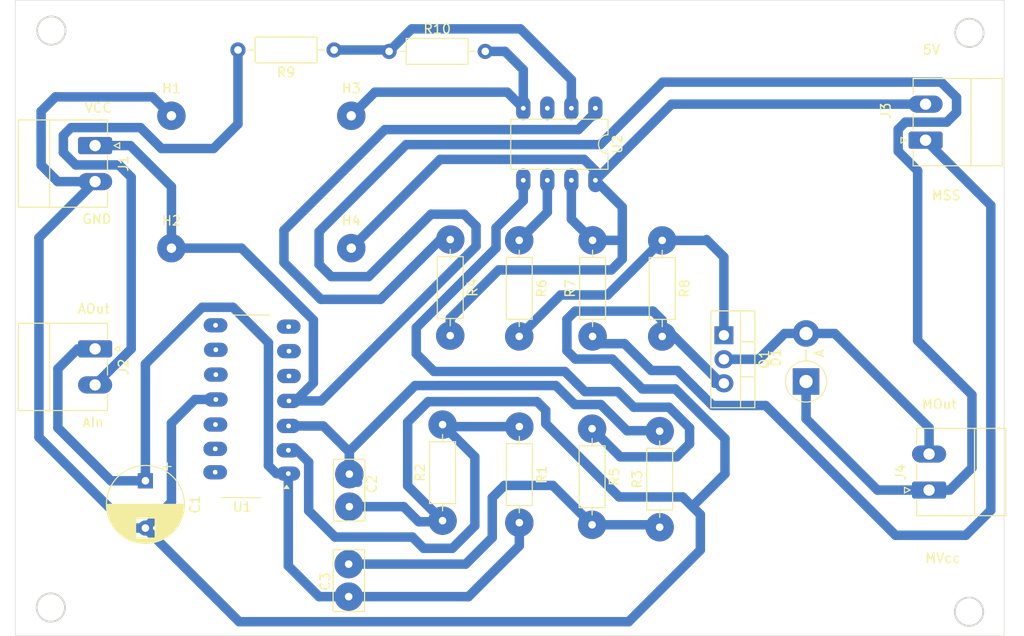
<source format=kicad_pcb>
(kicad_pcb (version 20240108) (generator "pcbnew") (generator_version "8.0")
  (layers (0 "F.Cu" signal) (31 "B.Cu" signal) (34 "B.Paste" user) (35 "F.Paste" user) (36 "B.SilkS" user "B.Silkscreen") (37 "F.SilkS" user "F.Silkscreen") (38 "B.Mask" user) (39 "F.Mask" user) (44 "Edge.Cuts" user))
  (net 0 "")
  (net 1 "Net-(J2-Pin_1)")
  (net 2 "GND")
  (net 3 "Net-(U1A-+)")
  (net 4 "Net-(C3-Pad2)")
  (net 5 "Net-(D1-K)")
  (net 6 "Net-(D1-A)")
  (net 7 "Net-(J3-Pin_1)")
  (net 8 "Net-(J2-Pin_2)")
  (net 9 "Net-(J3-Pin_2)")
  (net 10 "Net-(Q1-G)")
  (net 11 "Net-(U1A--)")
  (net 12 "Net-(U2-~{RESET}{slash}PB5)")
  (net 13 "Net-(U2-AREF{slash}PB0)")
  (net 14 "Net-(U2-PB1)")
  (net 16 "Net-(U2-XTAL1{slash}PB3)")
  (footprint "MountingHole:MountingHole_2.2mm_M2_DIN965_Pad" (layer "F.Cu") (at 80 73.5)
    (property "Reference" "H1" (at 0 -2.9 0) (layer "F.SilkS"))
    (property "Value" "MountingHole_Pad")
    (pad "1" thru_hole circle (at 0 0) (size 3 3) (drill 1) (layers "*.Cu" "*.Mask") (net 2 "GND"))
  )
  (footprint "Capacitor_THT:C_Disc_D5.0mm_W2.5mm_P2.50mm" (layer "F.Cu") (at 98.49 111.195 -90)
    (property "Reference" "C2" (at 1.25 -2.7 90) (layer "F.SilkS"))
    (property "Value" "150n")
    (pad "1" thru_hole circle (at 0.2 -0.31 270) (size 3 3) (drill 0.8) (layers "*.Cu" "*.Mask") (net 3 "Net-(U1A-+)"))
    (pad "2" thru_hole circle (at 3.64 -0.31 270) (size 3 3) (drill 0.8) (layers "*.Cu" "*.Mask") (net 2 "GND"))
  )
  (footprint "Resistor_THT:R_Axial_DIN0207_L6.3mm_D2.5mm_P10.16mm_Horizontal" (layer "F.Cu") (at 109.46 86.59 -90)
    (property "Reference" "R4" (at 5.08 -2.37 90) (layer "F.SilkS"))
    (property "Value" "10k")
    (pad "1" thru_hole circle (at 0 0 270) (size 3 3) (drill 0.8) (layers "*.Cu" "*.Mask") (net 12 "Net-(U2-~{RESET}{slash}PB5)"))
    (pad "2" thru_hole circle (at 10.16 0 270) (size 3 3) (drill 0.8) (layers "*.Cu" "*.Mask") (net 9 "Net-(J3-Pin_2)"))
  )
  (footprint "Resistor_THT:R_Axial_DIN0207_L6.3mm_D2.5mm_P10.16mm_Horizontal" (layer "F.Cu") (at 116.76 106.37 -90)
    (property "Reference" "R1" (at 5.08 -2.37 90) (layer "F.SilkS"))
    (property "Value" "10k")
    (pad "1" thru_hole circle (at 0 0 270) (size 3 3) (drill 0.8) (layers "*.Cu" "*.Mask") (net 11 "Net-(U1A--)"))
    (pad "2" thru_hole circle (at 10.16 0 270) (size 3 3) (drill 0.8) (layers "*.Cu" "*.Mask") (net 1 "Net-(J2-Pin_1)"))
  )
  (footprint "Connector_Phoenix_MC:PhoenixContact_MC_1,5_2-G-3.81_1x02_P3.81mm_Horizontal" (layer "F.Cu") (at 160.0575 113.08 90)
    (property "Reference" "J4" (at 1.9 -3 90) (layer "F.SilkS"))
    (property "Value" "Conn_01x02_Socket")
    (pad "1" thru_hole roundrect (at 0 0 90) (size 1.8 3.6) (drill 1.2) (layers "*.Cu" "*.Mask") (roundrect_rratio 0.138889) (net 5 "Net-(D1-K)"))
    (pad "2" thru_hole oval (at 3.81 0 90) (size 1.8 3.6) (drill 1.2) (layers "*.Cu" "*.Mask") (net 6 "Net-(D1-A)"))
  )
  (footprint "Resistor_THT:R_Axial_DIN0207_L6.3mm_D2.5mm_P10.16mm_Horizontal" (layer "F.Cu") (at 124.5 96.83 90)
    (property "Reference" "R7" (at 5.08 -2.37 90) (layer "F.SilkS"))
    (property "Value" "1k")
    (pad "1" thru_hole circle (at 0 0 90) (size 3 3) (drill 0.8) (layers "*.Cu" "*.Mask") (net 7 "Net-(J3-Pin_1)"))
    (pad "2" thru_hole circle (at 10.16 0 90) (size 3 3) (drill 0.8) (layers "*.Cu" "*.Mask") (net 9 "Net-(J3-Pin_2)"))
  )
  (footprint "Capacitor_THT:CP_Radial_D8.0mm_P5.00mm" (layer "F.Cu") (at 77.25 112.097349 -90)
    (property "Reference" "C1" (at 2.5 -5.25 90) (layer "F.SilkS"))
    (property "Value" "100u")
    (pad "1" thru_hole rect (at 0 0 270) (size 1.6 1.6) (drill 0.8) (layers "*.Cu" "*.Mask") (net 1 "Net-(J2-Pin_1)"))
    (pad "2" thru_hole circle (at 5 0 270) (size 1.6 1.6) (drill 0.8) (layers "*.Cu" "*.Mask") (net 2 "GND"))
  )
  (footprint "Package_SO:SOIC-14_3.9x8.7mm_P1.27mm" (layer "F.Cu") (at 88.47 99.0125 180)
    (property "Reference" "U1" (at 0.98 -15.87 0) (layer "F.SilkS"))
    (property "Value" "LM324A")
    (pad "1" thru_hole oval (at -3.88 -12.33 180) (size 2.5 1.5) (drill oval 0.5) (layers "*.Cu" "*.Mask") (net 1 "Net-(J2-Pin_1)"))
    (pad "2" thru_hole oval (at -3.89 -9.86 180) (size 2.5 1.5) (drill oval 0.5) (layers "*.Cu" "*.Mask") (net 11 "Net-(U1A--)"))
    (pad "3" thru_hole oval (at -3.91 -7.29 180) (size 2.5 1.5) (drill oval 0.5) (layers "*.Cu" "*.Mask") (net 3 "Net-(U1A-+)"))
    (pad "4" thru_hole oval (at -3.95 -4.64 180) (size 2.5 1.5) (drill oval 0.5) (layers "*.Cu" "*.Mask") (net 5 "Net-(D1-K)"))
    (pad "5" thru_hole oval (at -3.95 -2.01 180) (size 2.5 1.5) (drill oval 0.5) (layers "*.Cu" "*.Mask"))
    (pad "6" thru_hole oval (at -3.95 0.62 180) (size 2.5 1.5) (drill oval 0.5) (layers "*.Cu" "*.Mask"))
    (pad "7" thru_hole oval (at -3.92 3.21 180) (size 2.5 1.5) (drill oval 0.5) (layers "*.Cu" "*.Mask"))
    (pad "8" thru_hole oval (at 3.81 3.36 180) (size 2.5 1.5) (drill oval 0.5) (layers "*.Cu" "*.Mask"))
    (pad "9" thru_hole oval (at 3.78 0.77 180) (size 2.5 1.5) (drill oval 0.5) (layers "*.Cu" "*.Mask"))
    (pad "10" thru_hole oval (at 3.78 -1.86 180) (size 2.5 1.5) (drill oval 0.5) (layers "*.Cu" "*.Mask"))
    (pad "11" thru_hole oval (at 3.78 -4.49 180) (size 2.5 1.5) (drill oval 0.5) (layers "*.Cu" "*.Mask") (net 2 "GND"))
    (pad "12" thru_hole oval (at 3.82 -7.14 180) (size 2.5 1.5) (drill oval 0.5) (layers "*.Cu" "*.Mask"))
    (pad "13" thru_hole oval (at 3.84 -9.71 180) (size 2.5 1.5) (drill oval 0.5) (layers "*.Cu" "*.Mask"))
    (pad "14" thru_hole oval (at 3.85 -12.18 180) (size 2.5 1.5) (drill oval 0.5) (layers "*.Cu" "*.Mask"))
  )
  (footprint "Resistor_THT:R_Axial_DIN0207_L6.3mm_D2.5mm_P10.16mm_Horizontal" (layer "F.Cu") (at 103 66.69)
    (property "Reference" "R10" (at 5.08 -2.37 0) (layer "F.SilkS"))
    (property "Value" "10k")
    (pad "1" thru_hole circle (at 0 0) (size 1.6 1.6) (drill 0.8) (layers "*.Cu" "*.Mask") (net 16 "Net-(U2-XTAL1{slash}PB3)"))
    (pad "2" thru_hole oval (at 10.16 0) (size 1.6 1.6) (drill 0.8) (layers "*.Cu" "*.Mask") (net 2 "GND"))
  )
  (footprint "Connector_Phoenix_MC:PhoenixContact_MC_1,5_2-G-3.81_1x02_P3.81mm_Horizontal" (layer "F.Cu") (at 159.6875 76.08 90)
    (property "Reference" "J3" (at 3.11 -4.2075 90) (layer "F.SilkS"))
    (property "Value" "Conn_01x02_Socket")
    (pad "1" thru_hole roundrect (at 0 0 90) (size 1.8 3.6) (drill 1.2) (layers "*.Cu" "*.Mask") (roundrect_rratio 0.138889) (net 7 "Net-(J3-Pin_1)"))
    (pad "2" thru_hole oval (at 3.81 0 90) (size 1.8 3.6) (drill 1.2) (layers "*.Cu" "*.Mask") (net 9 "Net-(J3-Pin_2)"))
  )
  (footprint "MountingHole:MountingHole_2.2mm_M2_DIN965_Pad" (layer "F.Cu") (at 99 73.5)
    (property "Reference" "H3" (at 0 -2.9 0) (layer "F.SilkS"))
    (property "Value" "MountingHole_Pad")
    (pad "1" thru_hole circle (at 0 0) (size 3 3) (drill 1) (layers "*.Cu" "*.Mask") (net 2 "GND"))
  )
  (footprint "MountingHole:MountingHole_2.2mm_M2_DIN965_Pad" (layer "F.Cu") (at 99 87.5)
    (property "Reference" "H4" (at 0 -2.9 0) (layer "F.SilkS"))
    (property "Value" "MountingHole_Pad")
    (pad "1" thru_hole circle (at 0 0) (size 3 3) (drill 1) (layers "*.Cu" "*.Mask") (net 9 "Net-(J3-Pin_2)"))
  )
  (footprint "MountingHole:MountingHole_2.2mm_M2_DIN965_Pad" (layer "F.Cu") (at 80 87.5)
    (property "Reference" "H2" (at 0 -2.9 0) (layer "F.SilkS"))
    (property "Value" "MountingHole_Pad")
    (pad "1" thru_hole circle (at 0 0) (size 3 3) (drill 1) (layers "*.Cu" "*.Mask") (net 5 "Net-(D1-K)"))
  )
  (footprint "Package_DIP:DIP-8_W7.62mm" (layer "F.Cu") (at 124.8 72.7 -90)
    (property "Reference" "U2" (at 3.81 -2.33 90) (layer "F.SilkS"))
    (property "Value" "ATtiny85V-10P")
    (pad "1" thru_hole oval (at 0 0 270) (size 2.5 1.5) (drill oval 0.5) (layers "*.Cu" "*.Mask") (net 12 "Net-(U2-~{RESET}{slash}PB5)"))
    (pad "2" thru_hole oval (at 0 2.54 270) (size 2.5 1.5) (drill oval 0.5) (layers "*.Cu" "*.Mask") (net 16 "Net-(U2-XTAL1{slash}PB3)"))
    (pad "3" thru_hole oval (at 0 5.08 270) (size 2.5 1.5) (drill oval 0.5) (layers "*.Cu" "*.Mask"))
    (pad "4" thru_hole oval (at 0 7.62 270) (size 2.5 1.5) (drill oval 0.5) (layers "*.Cu" "*.Mask") (net 2 "GND"))
    (pad "5" thru_hole oval (at 7.62 7.62 270) (size 2.5 1.5) (drill oval 0.5) (layers "*.Cu" "*.Mask") (net 13 "Net-(U2-AREF{slash}PB0)"))
    (pad "6" thru_hole oval (at 7.62 5.08 270) (size 2.5 1.5) (drill oval 0.5) (layers "*.Cu" "*.Mask") (net 14 "Net-(U2-PB1)"))
    (pad "7" thru_hole oval (at 7.62 2.54 270) (size 2.5 1.5) (drill oval 0.5) (layers "*.Cu" "*.Mask") (net 9 "Net-(J3-Pin_2)"))
    (pad "8" thru_hole oval (at 7.62 0 270) (size 2.5 1.5) (drill oval 0.5) (layers "*.Cu" "*.Mask") (net 9 "Net-(J3-Pin_2)"))
  )
  (footprint "Diode_THT:D_5W_P5.08mm_Vertical_AnodeUp" (layer "F.Cu") (at 147.06 101.600051 90)
    (property "Reference" "D1" (at 2.54 -3.174899 90) (layer "F.SilkS"))
    (property "Value" "D")
    (fp_text user "A" (at 2.98 1.4 90) (layer "F.SilkS"))
    (pad "1" thru_hole rect (at 0 0 90) (size 2.8 2.8) (drill 1.4) (layers "*.Cu" "*.Mask") (net 5 "Net-(D1-K)"))
    (pad "2" thru_hole oval (at 5.08 0 90) (size 2.8 2.8) (drill 1.4) (layers "*.Cu" "*.Mask") (net 6 "Net-(D1-A)"))
  )
  (footprint "Connector_Phoenix_MC:PhoenixContact_MC_1,5_2-G-3.81_1x02_P3.81mm_Horizontal" (layer "F.Cu") (at 71.9325 76.65 -90)
    (property "Reference" "J1" (at 1.9 -3 90) (layer "F.SilkS"))
    (property "Value" "Conn_01x02_Socket")
    (pad "1" thru_hole roundrect (at 0 0 270) (size 1.8 3.6) (drill 1.2) (layers "*.Cu" "*.Mask") (roundrect_rratio 0.138889) (net 5 "Net-(D1-K)"))
    (pad "2" thru_hole oval (at 3.81 0 270) (size 1.8 3.6) (drill 1.2) (layers "*.Cu" "*.Mask") (net 2 "GND"))
  )
  (footprint "Resistor_THT:R_Axial_DIN0207_L6.3mm_D2.5mm_P10.16mm_Horizontal" (layer "F.Cu") (at 124.45 106.59 -90)
    (property "Reference" "R5" (at 5.08 -2.37 90) (layer "F.SilkS"))
    (property "Value" "10k")
    (pad "1" thru_hole circle (at 0 0 270) (size 3 3) (drill 0.8) (layers "*.Cu" "*.Mask") (net 13 "Net-(U2-AREF{slash}PB0)"))
    (pad "2" thru_hole circle (at 10.16 0 270) (size 3 3) (drill 0.8) (layers "*.Cu" "*.Mask") (net 4 "Net-(C3-Pad2)"))
  )
  (footprint "Resistor_THT:R_Axial_DIN0207_L6.3mm_D2.5mm_P10.16mm_Horizontal" (layer "F.Cu") (at 131.86 86.68 -90)
    (property "Reference" "R8" (at 5.08 -2.37 90) (layer "F.SilkS"))
    (property "Value" "10k")
    (pad "1" thru_hole circle (at 0 0 270) (size 3 3) (drill 0.8) (layers "*.Cu" "*.Mask") (net 10 "Net-(Q1-G)"))
    (pad "2" thru_hole circle (at 10.16 0 270) (size 3 3) (drill 0.8) (layers "*.Cu" "*.Mask") (net 2 "GND"))
  )
  (footprint "Resistor_THT:R_Axial_DIN0207_L6.3mm_D2.5mm_P10.16mm_Horizontal" (layer "F.Cu") (at 116.75 86.67 -90)
    (property "Reference" "R6" (at 5.08 -2.37 90) (layer "F.SilkS"))
    (property "Value" "22")
    (pad "1" thru_hole circle (at 0 0 270) (size 3 3) (drill 0.8) (layers "*.Cu" "*.Mask") (net 14 "Net-(U2-PB1)"))
    (pad "2" thru_hole circle (at 10.16 0 270) (size 3 3) (drill 0.8) (layers "*.Cu" "*.Mask") (net 10 "Net-(Q1-G)"))
  )
  (footprint "Capacitor_THT:C_Disc_D5.0mm_W2.5mm_P2.50mm" (layer "F.Cu") (at 98.75 124 90)
    (property "Reference" "C3" (at 1.25 -2.5 90) (layer "F.SilkS"))
    (property "Value" "150n")
    (pad "1" thru_hole circle (at -0.35 -0.02 90) (size 3 3) (drill 0.8) (layers "*.Cu" "*.Mask") (net 1 "Net-(J2-Pin_1)"))
    (pad "2" thru_hole circle (at 3.09 -0.02 90) (size 3 3) (drill 0.8) (layers "*.Cu" "*.Mask") (net 4 "Net-(C3-Pad2)"))
  )
  (footprint "Resistor_THT:R_Axial_DIN0207_L6.3mm_D2.5mm_P10.16mm_Horizontal" (layer "F.Cu") (at 108.65 116.32 90)
    (property "Reference" "R2" (at 5.08 -2.37 90) (layer "F.SilkS"))
    (property "Value" "10k")
    (pad "1" thru_hole circle (at 0 0 90) (size 3 3) (drill 0.8) (layers "*.Cu" "*.Mask") (net 2 "GND"))
    (pad "2" thru_hole circle (at 10.16 0 90) (size 3 3) (drill 0.8) (layers "*.Cu" "*.Mask") (net 11 "Net-(U1A--)"))
  )
  (footprint "Package_TO_SOT_THT:TO-220-3_Vertical" (layer "F.Cu") (at 138.374949 96.71 -90)
    (property "Reference" "Q1" (at 2.54 -4.27 90) (layer "F.SilkS"))
    (property "Value" "IRF540N")
    (pad "1" thru_hole rect (at 0 0 270) (size 1.905 2) (drill 1.1) (layers "*.Cu" "*.Mask") (net 10 "Net-(Q1-G)"))
    (pad "2" thru_hole oval (at 2.54 0 270) (size 1.905 2) (drill 1.1) (layers "*.Cu" "*.Mask") (net 6 "Net-(D1-A)"))
    (pad "3" thru_hole oval (at 5.08 0 270) (size 1.905 2) (drill 1.1) (layers "*.Cu" "*.Mask") (net 2 "GND"))
  )
  (footprint "Resistor_THT:R_Axial_DIN0207_L6.3mm_D2.5mm_P10.16mm_Horizontal" (layer "F.Cu") (at 97.19 66.54 180)
    (property "Reference" "R9" (at 5.08 -2.37 0) (layer "F.SilkS"))
    (property "Value" "10k")
    (pad "1" thru_hole circle (at 0 0 180) (size 1.6 1.6) (drill 0.8) (layers "*.Cu" "*.Mask") (net 16 "Net-(U2-XTAL1{slash}PB3)"))
    (pad "2" thru_hole oval (at 10.16 0 180) (size 1.6 1.6) (drill 0.8) (layers "*.Cu" "*.Mask") (net 8 "Net-(J2-Pin_2)"))
  )
  (footprint "Resistor_THT:R_Axial_DIN0207_L6.3mm_D2.5mm_P10.16mm_Horizontal" (layer "F.Cu") (at 131.59 117.01 90)
    (property "Reference" "R3" (at 5.08 -2.37 90) (layer "F.SilkS"))
    (property "Value" "10k")
    (pad "1" thru_hole circle (at 0 0 90) (size 3 3) (drill 0.8) (layers "*.Cu" "*.Mask") (net 4 "Net-(C3-Pad2)"))
    (pad "2" thru_hole circle (at 10.16 0 90) (size 3 3) (drill 0.8) (layers "*.Cu" "*.Mask") (net 3 "Net-(U1A-+)"))
  )
  (footprint "Connector_Phoenix_MC:PhoenixContact_MC_1,5_2-G-3.81_1x02_P3.81mm_Horizontal" (layer "F.Cu") (at 71.9325 98.15 -90)
    (property "Reference" "J2" (at 1.9 -3 90) (layer "F.SilkS"))
    (property "Value" "Conn_01x02_Socket")
    (pad "1" thru_hole roundrect (at 0 0 270) (size 1.8 3.6) (drill 1.2) (layers "*.Cu" "*.Mask") (roundrect_rratio 0.138889) (net 1 "Net-(J2-Pin_1)"))
    (pad "2" thru_hole oval (at 3.81 0 270) (size 1.8 3.6) (drill 1.2) (layers "*.Cu" "*.Mask") (net 8 "Net-(J2-Pin_2)"))
  )
  (gr_circle (center 164.32 64.73) (end 165.82 64.73) (stroke (width 0.2)) (fill none) (layer "Edge.Cuts"))
  (gr_rect (start 63.5 61.28) (end 167.99 128.5) (stroke (width 0.05)) (fill none) (layer "Edge.Cuts"))
  (gr_circle (center 164.28 125.94) (end 165.78 125.94) (stroke (width 0.2)) (fill none) (layer "Edge.Cuts"))
  (gr_circle (center 67.25 125.5) (end 68.75 125.5) (stroke (width 0.2)) (fill none) (layer "Edge.Cuts"))
  (gr_circle (center 67.31 64.49) (end 68.81 64.49) (stroke (width 0.2)) (fill none) (layer "Edge.Cuts"))
  (gr_text "AIn" (at 70.5 106.5 0) (layer "F.SilkS") (effects (font (size 1 1)) (justify left bottom)))
  (gr_text "MSS" (at 160.25 82.51 0) (layer "F.SilkS") (effects (font (size 1 1)) (justify left bottom)))
  (gr_text "MVcc" (at 159.56 120.87 0) (layer "F.SilkS") (effects (font (size 1 1)) (justify left bottom)))
  (gr_text "VCC" (at 70.75 73.25 0) (layer "F.SilkS") (effects (font (size 1 1)) (justify left bottom)))
  (gr_text "GND" (at 70.5 85 0) (layer "F.SilkS") (effects (font (size 1 1)) (justify left bottom)))
  (gr_text "MOut" (at 159.21 104.59 0) (layer "F.SilkS") (effects (font (size 1 1)) (justify left bottom)))
  (gr_text "5V" (at 159.3 67.1 0) (layer "F.SilkS") (effects (font (size 1 1)) (justify left bottom)))
  (gr_text "AOut" (at 70 94.5 0) (layer "F.SilkS") (effects (font (size 1 1)) (justify left bottom)))
  (segment (start 116.76 116.53) (end 116.76 118.98) (width 1) (layer "B.Cu") (net 1))
  (segment (start 77.25 112.097349) (end 73.597349 112.097349) (width 1) (layer "B.Cu") (net 1))
  (segment (start 86.5 93.75) (end 90.25 97.5) (width 1) (layer "B.Cu") (net 1))
  (segment (start 68 100.25) (end 70.1 98.15) (width 1) (layer "B.Cu") (net 1))
  (segment (start 90.25 97.5) (end 90.25 110.4925) (width 1) (layer "B.Cu") (net 1))
  (segment (start 95.6 124.35) (end 98.73 124.35) (width 1) (layer "B.Cu") (net 1))
  (segment (start 77.25 99.75) (end 83.25 93.75) (width 1) (layer "B.Cu") (net 1))
  (segment (start 91.1 111.3425) (end 92.35 111.3425) (width 1) (layer "B.Cu") (net 1))
  (segment (start 71.9325 98.15) (end 71.7825 98) (width 1) (layer "B.Cu") (net 1))
  (segment (start 116.76 118.98) (end 111.39 124.35) (width 1) (layer "B.Cu") (net 1))
  (segment (start 92.35 121.1) (end 95.6 124.35) (width 1) (layer "B.Cu") (net 1))
  (segment (start 70.1 98.15) (end 71.9325 98.15) (width 1) (layer "B.Cu") (net 1))
  (segment (start 90.25 110.4925) (end 91.1 111.3425) (width 1) (layer "B.Cu") (net 1))
  (segment (start 77.25 112.097349) (end 77.25 99.75) (width 1) (layer "B.Cu") (net 1))
  (segment (start 83.25 93.75) (end 86.5 93.75) (width 1) (layer "B.Cu") (net 1))
  (segment (start 73.597349 112.097349) (end 68 106.5) (width 1) (layer "B.Cu") (net 1))
  (segment (start 111.39 124.35) (end 98.73 124.35) (width 1) (layer "B.Cu") (net 1))
  (segment (start 68 106.5) (end 68 100.25) (width 1) (layer "B.Cu") (net 1))
  (segment (start 92.35 111.3425) (end 92.35 121.1) (width 1) (layer "B.Cu") (net 1))
  (segment (start 121.79 98.34) (end 121.79 95.03) (width 1) (layer "B.Cu") (net 2))
  (segment (start 75.597349 117.097349) (end 77.25 117.097349) (width 1) (layer "B.Cu") (net 2))
  (segment (start 115.48 71) (end 117.18 72.7) (width 1) (layer "B.Cu") (net 2))
  (segment (start 117.18 68.63) (end 117.18 72.7) (width 1) (layer "B.Cu") (net 2))
  (segment (start 101.5 71) (end 115.48 71) (width 1) (layer "B.Cu") (net 2))
  (segment (start 87.152651 127) (end 128.31 127) (width 1) (layer "B.Cu") (net 2))
  (segment (start 122.68 99.23) (end 121.79 98.34) (width 1) (layer "B.Cu") (net 2))
  (segment (start 99 73.5) (end 101.5 71) (width 1) (layer "B.Cu") (net 2))
  (segment (start 135.04 114.82) (end 134.03 113.81) (width 1) (layer "B.Cu") (net 2))
  (segment (start 131.86 95.13) (end 131.86 96.84) (width 1) (layer "B.Cu") (net 2))
  (segment (start 119.55 104.64) (end 118.64 103.73) (width 1) (layer "B.Cu") (net 2))
  (segment (start 133.12 96.84) (end 138.07 101.79) (width 1) (layer "B.Cu") (net 2))
  (segment (start 104.96 105.89) (end 104.96 112.63) (width 1) (layer "B.Cu") (net 2))
  (segment (start 77.25 117.097349) (end 80 114.347349) (width 1) (layer "B.Cu") (net 2))
  (segment (start 121.79 95.03) (end 122.66 94.16) (width 1) (layer "B.Cu") (net 2))
  (segment (start 66 86.3925) (end 66 107.5) (width 1) (layer "B.Cu") (net 2))
  (segment (start 131.86 96.84) (end 133.12 96.84) (width 1) (layer "B.Cu") (net 2))
  (segment (start 127.31 113.81) (end 119.55 106.05) (width 1) (layer "B.Cu") (net 2))
  (segment (start 128.31 127) (end 135.89 119.42) (width 1) (layer "B.Cu") (net 2))
  (segment (start 67.98 80.46) (end 71.9325 80.46) (width 1) (layer "B.Cu") (net 2))
  (segment (start 113.16 66.69) (end 115.24 66.69) (width 1) (layer "B.Cu") (net 2))
  (segment (start 78 71.5) (end 67.75 71.5) (width 1) (layer "B.Cu") (net 2))
  (segment (start 104.96 112.63) (end 108.65 116.32) (width 1) (layer "B.Cu") (net 2))
  (segment (start 98.8 114.835) (end 104.535 114.835) (width 1) (layer "B.Cu") (net 2))
  (segment (start 133.24 102.39) (end 129.75 102.39) (width 1) (layer "B.Cu") (net 2))
  (segment (start 138.49 107.64) (end 133.24 102.39) (width 1) (layer "B.Cu") (net 2))
  (segment (start 137.44 101.79) (end 138.374949 101.79) (width 1) (layer "B.Cu") (net 2))
  (segment (start 80 106) (end 82.4975 103.5025) (width 1) (layer "B.Cu") (net 2))
  (segment (start 138.07 101.79) (end 138.374949 101.79) (width 1) (layer "B.Cu") (net 2))
  (segment (start 130.89 94.16) (end 131.86 95.13) (width 1) (layer "B.Cu") (net 2))
  (segment (start 126.59 99.23) (end 122.68 99.23) (width 1) (layer "B.Cu") (net 2))
  (segment (start 122.66 94.16) (end 130.89 94.16) (width 1) (layer "B.Cu") (net 2))
  (segment (start 135.89 119.42) (end 135.89 115.67) (width 1) (layer "B.Cu") (net 2))
  (segment (start 80 73.5) (end 78 71.5) (width 1) (layer "B.Cu") (net 2))
  (segment (start 66.23 73.02) (end 66.23 78.71) (width 1) (layer "B.Cu") (net 2))
  (segment (start 138.49 111.37) (end 138.49 107.64) (width 1) (layer "B.Cu") (net 2))
  (segment (start 135.89 115.67) (end 135.04 114.82) (width 1) (layer "B.Cu") (net 2))
  (segment (start 82.4975 103.5025) (end 84.69 103.5025) (width 1) (layer "B.Cu") (net 2))
  (segment (start 77.25 117.097349) (end 87.152651 127) (width 1) (layer "B.Cu") (net 2))
  (segment (start 106.13 116.43) (end 108.54 116.43) (width 1) (layer "B.Cu") (net 2))
  (segment (start 66 107.5) (end 75.597349 117.097349) (width 1) (layer "B.Cu") (net 2))
  (segment (start 134.03 113.81) (end 127.31 113.81) (width 1) (layer "B.Cu") (net 2))
  (segment (start 108.54 116.43) (end 108.65 116.32) (width 1) (layer "B.Cu") (net 2))
  (segment (start 67.75 71.5) (end 66.23 73.02) (width 1) (layer "B.Cu") (net 2))
  (segment (start 71.9325 80.46) (end 66 86.3925) (width 1) (layer "B.Cu") (net 2))
  (segment (start 107.12 103.73) (end 104.96 105.89) (width 1) (layer "B.Cu") (net 2))
  (segment (start 66.23 78.71) (end 67.98 80.46) (width 1) (layer "B.Cu") (net 2))
  (segment (start 119.55 106.05) (end 119.55 104.64) (width 1) (layer "B.Cu") (net 2))
  (segment (start 115.24 66.69) (end 117.18 68.63) (width 1) (layer "B.Cu") (net 2))
  (segment (start 80 114.347349) (end 80 106) (width 1) (layer "B.Cu") (net 2))
  (segment (start 135.04 114.82) (end 138.49 111.37) (width 1) (layer "B.Cu") (net 2))
  (segment (start 129.75 102.39) (end 126.59 99.23) (width 1) (layer "B.Cu") (net 2))
  (segment (start 118.64 103.73) (end 107.12 103.73) (width 1) (layer "B.Cu") (net 2))
  (segment (start 104.535 114.835) (end 106.13 116.43) (width 1) (layer "B.Cu") (net 2))
  (segment (start 98.8 109.05) (end 96.0525 106.3025) (width 1) (layer "B.Cu") (net 3))
  (segment (start 120.62 102.03) (end 122.63 104.04) (width 1) (layer "B.Cu") (net 3))
  (segment (start 105.74 102.03) (end 120.62 102.03) (width 1) (layer "B.Cu") (net 3))
  (segment (start 125.37 104.04) (end 128.13 106.8) (width 1) (layer "B.Cu") (net 3))
  (segment (start 122.63 104.04) (end 125.37 104.04) (width 1) (layer "B.Cu") (net 3))
  (segment (start 98.8 108.97) (end 105.74 102.03) (width 1) (layer "B.Cu") (net 3))
  (segment (start 96.0525 106.3025) (end 92.38 106.3025) (width 1) (layer "B.Cu") (net 3))
  (segment (start 98.8 111.395) (end 98.8 108.97) (width 1) (layer "B.Cu") (net 3))
  (segment (start 98.8 111.395) (end 98.8 109.05) (width 1) (layer "B.Cu") (net 3))
  (segment (start 131.54 106.8) (end 131.59 106.85) (width 1) (layer "B.Cu") (net 3))
  (segment (start 128.13 106.8) (end 131.54 106.8) (width 1) (layer "B.Cu") (net 3))
  (segment (start 99.665 112.26) (end 98.8 111.395) (width 1) (layer "B.Cu") (net 3))
  (segment (start 124.61 116.91) (end 124.45 116.75) (width 1) (layer "B.Cu") (net 4))
  (segment (start 113.9 118.10127) (end 113.9 113.88) (width 1) (layer "B.Cu") (net 4))
  (segment (start 131.33 116.75) (end 131.59 117.01) (width 1) (layer "B.Cu") (net 4))
  (segment (start 120.29 112.59) (end 124.45 116.75) (width 1) (layer "B.Cu") (net 4))
  (segment (start 115.19 112.59) (end 120.29 112.59) (width 1) (layer "B.Cu") (net 4))
  (segment (start 124.45 116.75) (end 131.33 116.75) (width 1) (layer "B.Cu") (net 4))
  (segment (start 98.73 120.91) (end 98.68 120.96) (width 1) (layer "B.Cu") (net 4))
  (segment (start 113.9 113.88) (end 115.19 112.59) (width 1) (layer "B.Cu") (net 4))
  (segment (start 111.09127 120.91) (end 113.9 118.10127) (width 1) (layer "B.Cu") (net 4))
  (segment (start 98.73 120.91) (end 111.09127 120.91) (width 1) (layer "B.Cu") (net 4))
  (segment (start 112.19 85.17) (end 110.93 83.91) (width 1) (layer "B.Cu") (net 5))
  (segment (start 147.06 101.600051) (end 147.06 105.54) (width 1) (layer "B.Cu") (net 5))
  (segment (start 164.59 103.01) (end 164.59 110.73) (width 1) (layer "B.Cu") (net 5))
  (segment (start 110.93 83.91) (end 107.43 83.91) (width 1) (layer "B.Cu") (net 5))
  (segment (start 93.0975 103.6525) (end 92.42 103.6525) (width 1) (layer "B.Cu") (net 5))
  (segment (start 95.8375 103.6525) (end 112.19 87.3) (width 1) (layer "B.Cu") (net 5))
  (segment (start 125.3 76.55) (end 131.91 69.94) (width 1) (layer "B.Cu") (net 5))
  (segment (start 95.6 85.75) (end 104.8 76.55) (width 1) (layer "B.Cu") (net 5))
  (segment (start 158.85 79.31) (end 158.85 97.27) (width 1) (layer "B.Cu") (net 5))
  (segment (start 164.59 110.73) (end 162.24 113.08) (width 1) (layer "B.Cu") (net 5))
  (segment (start 154.6 113.08) (end 160.0575 113.08) (width 1) (layer "B.Cu") (net 5))
  (segment (start 100.83 90.51) (end 96.89 90.51) (width 1) (layer "B.Cu") (net 5))
  (segment (start 95 95.095837) (end 95 101.75) (width 1) (layer "B.Cu") (net 5))
  (segment (start 161.93 74.17) (end 157.55 74.17) (width 1) (layer "B.Cu") (net 5))
  (segment (start 156.79 77.25) (end 158.85 79.31) (width 1) (layer "B.Cu") (net 5))
  (segment (start 162.96 71.57) (end 162.96 73.14) (width 1) (layer "B.Cu") (net 5))
  (segment (start 95.6 89.22) (end 95.6 85.75) (width 1) (layer "B.Cu") (net 5))
  (segment (start 96.89 90.51) (end 95.6 89.22) (width 1) (layer "B.Cu") (net 5))
  (segment (start 112.19 87.3) (end 112.19 85.17) (width 1) (layer "B.Cu") (net 5))
  (segment (start 147.06 105.54) (end 154.6 113.08) (width 1) (layer "B.Cu") (net 5))
  (segment (start 162.96 73.14) (end 161.93 74.17) (width 1) (layer "B.Cu") (net 5))
  (segment (start 107.43 83.91) (end 100.83 90.51) (width 1) (layer "B.Cu") (net 5))
  (segment (start 161.33 69.94) (end 162.96 71.57) (width 1) (layer "B.Cu") (net 5))
  (segment (start 80 87.5) (end 87.404163 87.5) (width 1) (layer "B.Cu") (net 5))
  (segment (start 158.85 97.27) (end 164.59 103.01) (width 1) (layer "B.Cu") (net 5))
  (segment (start 156.79 74.93) (end 156.79 77.25) (width 1) (layer "B.Cu") (net 5))
  (segment (start 162.24 113.08) (end 160.0575 113.08) (width 1) (layer "B.Cu") (net 5))
  (segment (start 157.55 74.17) (end 156.79 74.93) (width 1) (layer "B.Cu") (net 5))
  (segment (start 147.759949 102.3) (end 147.06 101.600051) (width 1) (layer "B.Cu") (net 5))
  (segment (start 75.65 76.65) (end 80 81) (width 1) (layer "B.Cu") (net 5))
  (segment (start 104.8 76.55) (end 125.3 76.55) (width 1) (layer "B.Cu") (net 5))
  (segment (start 80 81) (end 80 87.5) (width 1) (layer "B.Cu") (net 5))
  (segment (start 131.91 69.94) (end 161.33 69.94) (width 1) (layer "B.Cu") (net 5))
  (segment (start 87.404163 87.5) (end 95 95.095837) (width 1) (layer "B.Cu") (net 5))
  (segment (start 92.42 103.6525) (end 95.8375 103.6525) (width 1) (layer "B.Cu") (net 5))
  (segment (start 95 101.75) (end 93.0975 103.6525) (width 1) (layer "B.Cu") (net 5))
  (segment (start 71.9325 76.65) (end 75.65 76.65) (width 1) (layer "B.Cu") (net 5))
  (segment (start 147.06 96.520051) (end 150.090051 96.520051) (width 1) (layer "B.Cu") (net 6))
  (segment (start 144.799949 96.520051) (end 147.06 96.520051) (width 1) (layer "B.Cu") (net 6))
  (segment (start 150.090051 96.520051) (end 160.0575 106.4875) (width 1) (layer "B.Cu") (net 6))
  (segment (start 142.07 99.25) (end 144.799949 96.520051) (width 1) (layer "B.Cu") (net 6))
  (segment (start 138.374949 99.25) (end 142.07 99.25) (width 1) (layer "B.Cu") (net 6))
  (segment (start 138.624949 99.5) (end 138.374949 99.25) (width 1) (layer "B.Cu") (net 6))
  (segment (start 160.0575 106.4875) (end 160.0575 109.27) (width 1) (layer "B.Cu") (net 6))
  (segment (start 166.58 82.9725) (end 166.58 115.22) (width 1) (layer "B.Cu") (net 7))
  (segment (start 166.58 115.22) (end 163.94 117.86) (width 1) (layer "B.Cu") (net 7))
  (segment (start 133.48 100.44) (end 130.72 100.44) (width 1) (layer "B.Cu") (net 7))
  (segment (start 142.79 104.14) (end 137.18 104.14) (width 1) (layer "B.Cu") (net 7))
  (segment (start 130.72 100.44) (end 127.88 97.6) (width 1) (layer "B.Cu") (net 7))
  (segment (start 159.6875 76.08) (end 166.58 82.9725) (width 1) (layer "B.Cu") (net 7))
  (segment (start 125.27 97.6) (end 124.5 96.83) (width 1) (layer "B.Cu") (net 7))
  (segment (start 127.88 97.6) (end 125.27 97.6) (width 1) (layer "B.Cu") (net 7))
  (segment (start 137.18 104.14) (end 133.48 100.44) (width 1) (layer "B.Cu") (net 7))
  (segment (start 156.51 117.86) (end 142.79 104.14) (width 1) (layer "B.Cu") (net 7))
  (segment (start 163.94 117.86) (end 156.51 117.86) (width 1) (layer "B.Cu") (net 7))
  (segment (start 75.75 98.1425) (end 71.9325 101.96) (width 1) (layer "B.Cu") (net 8))
  (segment (start 68.58 77.39) (end 69.887056 78.697056) (width 1) (layer "B.Cu") (net 8))
  (segment (start 87.03 66.54) (end 87.03 74.38) (width 1) (layer "B.Cu") (net 8))
  (segment (start 69.4 74.75) (end 68.58 75.57) (width 1) (layer "B.Cu") (net 8))
  (segment (start 75.75 80) (end 75.75 98.1425) (width 1) (layer "B.Cu") (net 8))
  (segment (start 76.73 74.75) (end 69.4 74.75) (width 1) (layer "B.Cu") (net 8))
  (segment (start 84.45 76.96) (end 78.94 76.96) (width 1) (layer "B.Cu") (net 8))
  (segment (start 87.03 74.38) (end 84.45 76.96) (width 1) (layer "B.Cu") (net 8))
  (segment (start 74.447056 78.697056) (end 75.75 80) (width 1) (layer "B.Cu") (net 8))
  (segment (start 78.94 76.96) (end 76.73 74.75) (width 1) (layer "B.Cu") (net 8))
  (segment (start 69.887056 78.697056) (end 74.447056 78.697056) (width 1) (layer "B.Cu") (net 8))
  (segment (start 68.58 75.57) (end 68.58 77.39) (width 1) (layer "B.Cu") (net 8))
  (segment (start 109.46 96.75) (end 109.46 94.92) (width 1) (layer "B.Cu") (net 9))
  (segment (start 122.26 80.32) (end 122.26 84.43) (width 1) (layer "B.Cu") (net 9))
  (segment (start 127.64 88.66) (end 127.64 86.36) (width 1) (layer "B.Cu") (net 9))
  (segment (start 109.46 94.92) (end 114.58 89.8) (width 1) (layer "B.Cu") (net 9))
  (segment (start 124.8 79.31) (end 123.6 78.11) (width 1) (layer "B.Cu") (net 9))
  (segment (start 127.33 86.67) (end 127.64 86.36) (width 1) (layer "B.Cu") (net 9))
  (segment (start 124.8 80.32) (end 124.8 79.31) (width 1) (layer "B.Cu") (net 9))
  (segment (start 124.5 86.67) (end 127.33 86.67) (width 1) (layer "B.Cu") (net 9))
  (segment (start 126.5 89.8) (end 127.64 88.66) (width 1) (layer "B.Cu") (net 9))
  (segment (start 99 87.5) (end 98.58 87.5) (width 1) (layer "B.Cu") (net 9))
  (segment (start 123.6 78.11) (end 108.39 78.11) (width 1) (layer "B.Cu") (net 9))
  (segment (start 127.64 83.16) (end 124.8 80.32) (width 1) (layer "B.Cu") (net 9))
  (segment (start 114.58 89.8) (end 126.5 89.8) (width 1) (layer "B.Cu") (net 9))
  (segment (start 159.6875 72.27) (end 132.85 72.27) (width 1) (layer "B.Cu") (net 9))
  (segment (start 108.39 78.11) (end 99 87.5) (width 1) (layer "B.Cu") (net 9))
  (segment (start 127.64 86.36) (end 127.64 83.16) (width 1) (layer "B.Cu") (net 9))
  (segment (start 122.26 84.43) (end 124.5 86.67) (width 1) (layer "B.Cu") (net 9))
  (segment (start 132.85 72.27) (end 124.8 80.32) (width 1) (layer "B.Cu") (net 9))
  (segment (start 131.86 86.68) (end 136.46 86.68) (width 1) (layer "B.Cu") (net 10))
  (segment (start 116.75 96.83) (end 121.13 92.45) (width 1) (layer "B.Cu") (net 10))
  (segment (start 138.374949 88.434949) (end 138.374949 96.71) (width 1) (layer "B.Cu") (net 10))
  (segment (start 136.54 86.6) (end 138.374949 88.434949) (width 1) (layer "B.Cu") (net 10))
  (segment (start 126.09 92.45) (end 131.86 86.68) (width 1) (layer "B.Cu") (net 10))
  (segment (start 136.46 86.68) (end 136.54 86.6) (width 1) (layer "B.Cu") (net 10))
  (segment (start 121.13 92.45) (end 126.09 92.45) (width 1) (layer "B.Cu") (net 10))
  (segment (start 112.06 109.57) (end 112.06 116.86) (width 1) (layer "B.Cu") (net 11))
  (segment (start 109.68 119.24) (end 106.65 119.24) (width 1) (layer "B.Cu") (net 11))
  (segment (start 94.5 110.119556) (end 93.252944 108.8725) (width 1) (layer "B.Cu") (net 11))
  (segment (start 108.65 106.16) (end 112.06 109.57) (width 1) (layer "B.Cu") (net 11))
  (segment (start 94.5 115.26) (end 94.5 110.119556) (width 1) (layer "B.Cu") (net 11))
  (segment (start 116.76 106.37) (end 108.86 106.37) (width 1) (layer "B.Cu") (net 11))
  (segment (start 106.65 119.24) (end 105.46 118.05) (width 1) (layer "B.Cu") (net 11))
  (segment (start 112.06 116.86) (end 109.68 119.24) (width 1) (layer "B.Cu") (net 11))
  (segment (start 108.86 106.37) (end 108.65 106.16) (width 1) (layer "B.Cu") (net 11))
  (segment (start 97.29 118.05) (end 94.5 115.26) (width 1) (layer "B.Cu") (net 11))
  (segment (start 93.252944 108.8725) (end 92.36 108.8725) (width 1) (layer "B.Cu") (net 11))
  (segment (start 105.46 118.05) (end 97.29 118.05) (width 1) (layer "B.Cu") (net 11))
  (segment (start 102.1 92.91) (end 108.42 86.59) (width 1) (layer "B.Cu") (net 12))
  (segment (start 95.79 92.91) (end 102.1 92.91) (width 1) (layer "B.Cu") (net 12))
  (segment (start 123 74.96) (end 102.55 74.96) (width 1) (layer "B.Cu") (net 12))
  (segment (start 124.8 72.7) (end 124.8 73.16) (width 1) (layer "B.Cu") (net 12))
  (segment (start 91.89 89.01) (end 95.79 92.91) (width 1) (layer "B.Cu") (net 12))
  (segment (start 102.55 74.96) (end 91.89 85.62) (width 1) (layer "B.Cu") (net 12))
  (segment (start 108.42 86.59) (end 109.46 86.59) (width 1) (layer "B.Cu") (net 12))
  (segment (start 124.8 73.41) (end 124.8 72.7) (width 1) (layer "B.Cu") (net 12))
  (segment (start 91.89 85.62) (end 91.89 89.01) (width 1) (layer "B.Cu") (net 12))
  (segment (start 124.8 73.16) (end 123 74.96) (width 1) (layer "B.Cu") (net 12))
  (segment (start 121.57 100.54) (end 107.75 100.54) (width 1) (layer "B.Cu") (net 13))
  (segment (start 107.75 100.54) (end 105.87 98.66) (width 1) (layer "B.Cu") (net 13))
  (segment (start 134.75 108.19) (end 134.75 106.5) (width 1) (layer "B.Cu") (net 13))
  (segment (start 132.57 104.32) (end 128.85 104.32) (width 1) (layer "B.Cu") (net 13))
  (segment (start 124.45 106.59) (end 127.43 109.57) (width 1) (layer "B.Cu") (net 13))
  (segment (start 127.43 109.57) (end 133.37 109.57) (width 1) (layer "B.Cu") (net 13))
  (segment (start 117.18 82.48) (end 117.18 80.32) (width 1) (layer "B.Cu") (net 13))
  (segment (start 105.87 95.91) (end 114.3 87.48) (width 1) (layer "B.Cu") (net 13))
  (segment (start 123.7 102.67) (end 121.57 100.54) (width 1) (layer "B.Cu") (net 13))
  (segment (start 128.85 104.32) (end 127.2 102.67) (width 1) (layer "B.Cu") (net 13))
  (segment (start 105.87 98.66) (end 105.87 95.91) (width 1) (layer "B.Cu") (net 13))
  (segment (start 127.2 102.67) (end 123.7 102.67) (width 1) (layer "B.Cu") (net 13))
  (segment (start 133.37 109.57) (end 134.75 108.19) (width 1) (layer "B.Cu") (net 13))
  (segment (start 114.3 85.36) (end 117.18 82.48) (width 1) (layer "B.Cu") (net 13))
  (segment (start 134.75 106.5) (end 132.57 104.32) (width 1) (layer "B.Cu") (net 13))
  (segment (start 114.3 87.48) (end 114.3 85.36) (width 1) (layer "B.Cu") (net 13))
  (segment (start 119.72 83.7) (end 116.75 86.67) (width 1) (layer "B.Cu") (net 14))
  (segment (start 119.72 80.32) (end 119.72 83.7) (width 1) (layer "B.Cu") (net 14))
  (segment (start 102.85 66.54) (end 103 66.69) (width 1) (layer "B.Cu") (net 16))
  (segment (start 97.19 66.54) (end 102.85 66.54) (width 1) (layer "B.Cu") (net 16))
  (segment (start 122.26 69.69) (end 122.26 72.7) (width 1) (layer "B.Cu") (net 16))
  (segment (start 103 66.69) (end 105.38 64.31) (width 1) (layer "B.Cu") (net 16))
  (segment (start 116.88 64.31) (end 122.26 69.69) (width 1) (layer "B.Cu") (net 16))
  (segment (start 105.38 64.31) (end 116.88 64.31) (width 1) (layer "B.Cu") (net 16))
)
</source>
